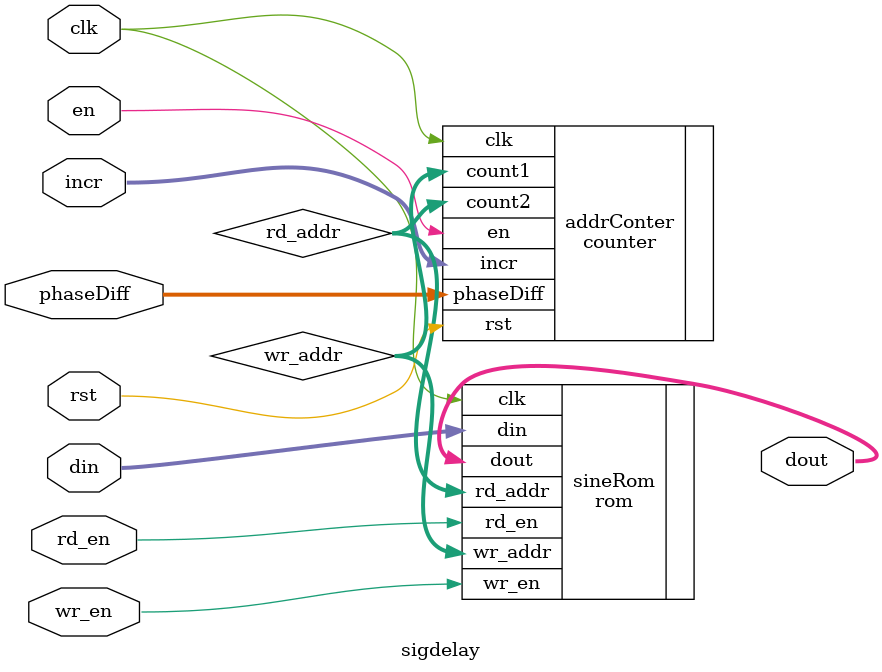
<source format=sv>
module sigdelay #(
    parameter A_WIDTH =8,
              D_WIDTH =8
)(
    input logic clk,
    input logic rst,
    input logic en,
    input logic wr_en,
    input logic rd_en,
    input logic [D_WIDTH-1:0] incr,
    input logic [D_WIDTH-1:0] phaseDiff,
    input logic [D_WIDTH-1:0] din,
    output logic [D_WIDTH-1:0] dout

);

    logic [A_WIDTH-1:0] rd_addr;
    logic [A_WIDTH-1:0] wr_addr; //interconnect wire

counter addrConter(
    .clk (clk),
    .rst (rst),
    .en (en),
    .incr (incr),
    .phaseDiff (phaseDiff),
    .count1 (wr_addr),
    .count2 (rd_addr)

);

rom sineRom(
    .clk (clk),
    .wr_en (wr_en),
    .rd_en (rd_en),
    .wr_addr (wr_addr),
    .rd_addr (rd_addr),
    .din (din),
    .dout (dout)
);

endmodule


</source>
